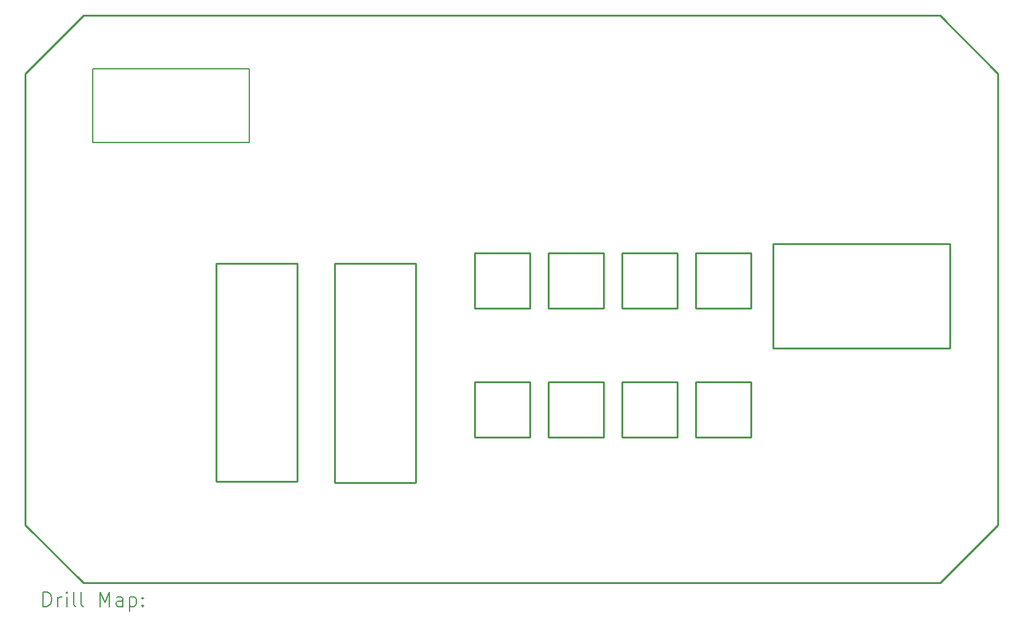
<source format=gbr>
%TF.GenerationSoftware,KiCad,Pcbnew,7.0.8*%
%TF.CreationDate,2025-03-15T15:27:27-04:00*%
%TF.ProjectId,dress panel,64726573-7320-4706-916e-656c2e6b6963,rev?*%
%TF.SameCoordinates,Original*%
%TF.FileFunction,Drillmap*%
%TF.FilePolarity,Positive*%
%FSLAX45Y45*%
G04 Gerber Fmt 4.5, Leading zero omitted, Abs format (unit mm)*
G04 Created by KiCad (PCBNEW 7.0.8) date 2025-03-15 15:27:27*
%MOMM*%
%LPD*%
G01*
G04 APERTURE LIST*
%ADD10C,0.254000*%
%ADD11C,0.127000*%
%ADD12C,0.200000*%
G04 APERTURE END LIST*
D10*
X9271000Y2286000D02*
X8509000Y2286000D01*
X5664200Y4686300D02*
X4546600Y4686300D01*
X13690600Y1079500D02*
X13690600Y7302500D01*
X9525000Y4064000D02*
X9525000Y4826000D01*
X4025900Y4686300D02*
X2908300Y4686300D01*
X7239000Y3048000D02*
X7239000Y2286000D01*
X7493000Y4064000D02*
X7493000Y4826000D01*
X12890500Y279400D02*
X13690600Y1079500D01*
X7493000Y3048000D02*
X8255000Y3048000D01*
X7239000Y2286000D02*
X6477000Y2286000D01*
X4025900Y1676400D02*
X4025900Y4686300D01*
X9525000Y4826000D02*
X10287000Y4826000D01*
X9271000Y3048000D02*
X9271000Y2286000D01*
D11*
X3365500Y6350000D02*
X3365500Y7366000D01*
D10*
X13690600Y7302500D02*
X12890500Y8102600D01*
X6477000Y4826000D02*
X7239000Y4826000D01*
X13030200Y3517900D02*
X10591800Y3517900D01*
X10287000Y3048000D02*
X10287000Y2286000D01*
X5664200Y1663700D02*
X5664200Y4686300D01*
X8509000Y4826000D02*
X9271000Y4826000D01*
X10287000Y2286000D02*
X9525000Y2286000D01*
X8255000Y2286000D02*
X7493000Y2286000D01*
X2908300Y1676400D02*
X4025900Y1676400D01*
X7493000Y2286000D02*
X7493000Y3048000D01*
D11*
X3365500Y7366000D02*
X1206500Y7366000D01*
D10*
X10287000Y4064000D02*
X9525000Y4064000D01*
X8255000Y4064000D02*
X7493000Y4064000D01*
X7493000Y4826000D02*
X8255000Y4826000D01*
X279400Y1079500D02*
X1079500Y279400D01*
X4546600Y4686300D02*
X4546600Y1663700D01*
X9525000Y2286000D02*
X9525000Y3048000D01*
X6477000Y2286000D02*
X6477000Y3048000D01*
X9271000Y4826000D02*
X9271000Y4064000D01*
X9525000Y3048000D02*
X10287000Y3048000D01*
X8509000Y4064000D02*
X8509000Y4826000D01*
X10591800Y4953000D02*
X13030200Y4953000D01*
X8255000Y3048000D02*
X8255000Y2286000D01*
D11*
X1206500Y6350000D02*
X3365500Y6350000D01*
D10*
X279400Y7302500D02*
X279400Y1079500D01*
X6477000Y3048000D02*
X7239000Y3048000D01*
X2908300Y4686300D02*
X2908300Y1676400D01*
X1079500Y279400D02*
X12890500Y279400D01*
X10287000Y4826000D02*
X10287000Y4064000D01*
X8509000Y3048000D02*
X9271000Y3048000D01*
D11*
X1206500Y7366000D02*
X1206500Y6350000D01*
D10*
X1079500Y8102600D02*
X279400Y7302500D01*
X7239000Y4064000D02*
X6477000Y4064000D01*
X12890500Y8102600D02*
X1079500Y8102600D01*
X8509000Y2286000D02*
X8509000Y3048000D01*
X4546600Y1663700D02*
X5664200Y1663700D01*
X10591800Y3517900D02*
X10591800Y4953000D01*
X9271000Y4064000D02*
X8509000Y4064000D01*
X6477000Y4064000D02*
X6477000Y4826000D01*
X7239000Y4826000D02*
X7239000Y4064000D01*
X8255000Y4826000D02*
X8255000Y4064000D01*
X13030200Y4953000D02*
X13030200Y3517900D01*
D12*
X527477Y-44784D02*
X527477Y155216D01*
X527477Y155216D02*
X575096Y155216D01*
X575096Y155216D02*
X603667Y145692D01*
X603667Y145692D02*
X622715Y126645D01*
X622715Y126645D02*
X632239Y107597D01*
X632239Y107597D02*
X641763Y69502D01*
X641763Y69502D02*
X641763Y40930D01*
X641763Y40930D02*
X632239Y2835D01*
X632239Y2835D02*
X622715Y-16212D01*
X622715Y-16212D02*
X603667Y-35260D01*
X603667Y-35260D02*
X575096Y-44784D01*
X575096Y-44784D02*
X527477Y-44784D01*
X727477Y-44784D02*
X727477Y88549D01*
X727477Y50454D02*
X737001Y69502D01*
X737001Y69502D02*
X746524Y79026D01*
X746524Y79026D02*
X765572Y88549D01*
X765572Y88549D02*
X784620Y88549D01*
X851286Y-44784D02*
X851286Y88549D01*
X851286Y155216D02*
X841762Y145692D01*
X841762Y145692D02*
X851286Y136169D01*
X851286Y136169D02*
X860810Y145692D01*
X860810Y145692D02*
X851286Y155216D01*
X851286Y155216D02*
X851286Y136169D01*
X975096Y-44784D02*
X956048Y-35260D01*
X956048Y-35260D02*
X946524Y-16212D01*
X946524Y-16212D02*
X946524Y155216D01*
X1079858Y-44784D02*
X1060810Y-35260D01*
X1060810Y-35260D02*
X1051286Y-16212D01*
X1051286Y-16212D02*
X1051286Y155216D01*
X1308429Y-44784D02*
X1308429Y155216D01*
X1308429Y155216D02*
X1375096Y12359D01*
X1375096Y12359D02*
X1441762Y155216D01*
X1441762Y155216D02*
X1441762Y-44784D01*
X1622715Y-44784D02*
X1622715Y59978D01*
X1622715Y59978D02*
X1613191Y79026D01*
X1613191Y79026D02*
X1594143Y88549D01*
X1594143Y88549D02*
X1556048Y88549D01*
X1556048Y88549D02*
X1537001Y79026D01*
X1622715Y-35260D02*
X1603667Y-44784D01*
X1603667Y-44784D02*
X1556048Y-44784D01*
X1556048Y-44784D02*
X1537001Y-35260D01*
X1537001Y-35260D02*
X1527477Y-16212D01*
X1527477Y-16212D02*
X1527477Y2835D01*
X1527477Y2835D02*
X1537001Y21883D01*
X1537001Y21883D02*
X1556048Y31407D01*
X1556048Y31407D02*
X1603667Y31407D01*
X1603667Y31407D02*
X1622715Y40930D01*
X1717953Y88549D02*
X1717953Y-111450D01*
X1717953Y79026D02*
X1737001Y88549D01*
X1737001Y88549D02*
X1775096Y88549D01*
X1775096Y88549D02*
X1794143Y79026D01*
X1794143Y79026D02*
X1803667Y69502D01*
X1803667Y69502D02*
X1813191Y50454D01*
X1813191Y50454D02*
X1813191Y-6688D01*
X1813191Y-6688D02*
X1803667Y-25736D01*
X1803667Y-25736D02*
X1794143Y-35260D01*
X1794143Y-35260D02*
X1775096Y-44784D01*
X1775096Y-44784D02*
X1737001Y-44784D01*
X1737001Y-44784D02*
X1717953Y-35260D01*
X1898905Y-25736D02*
X1908429Y-35260D01*
X1908429Y-35260D02*
X1898905Y-44784D01*
X1898905Y-44784D02*
X1889382Y-35260D01*
X1889382Y-35260D02*
X1898905Y-25736D01*
X1898905Y-25736D02*
X1898905Y-44784D01*
X1898905Y79026D02*
X1908429Y69502D01*
X1908429Y69502D02*
X1898905Y59978D01*
X1898905Y59978D02*
X1889382Y69502D01*
X1889382Y69502D02*
X1898905Y79026D01*
X1898905Y79026D02*
X1898905Y59978D01*
M02*

</source>
